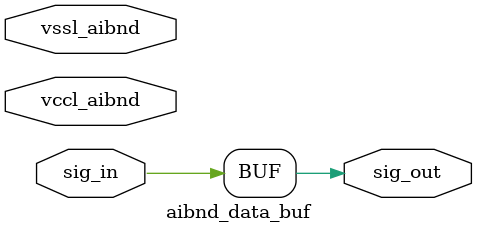
<source format=v>


module aibnd_data_buf ( sig_out, sig_in, vccl_aibnd, vssl_aibnd );

output  sig_out;

input  sig_in, vccl_aibnd, vssl_aibnd;

wire sig_in, sig_out; // Conversion Sript Generated


// specify 
//     specparam CDS_LIBNAME  = "aibnd_lib";
//     specparam CDS_CELLNAME = "aibnd_data_buf";
//     specparam CDS_VIEWNAME = "schematic";
// endspecify

assign sig_out = sig_in;

endmodule


</source>
